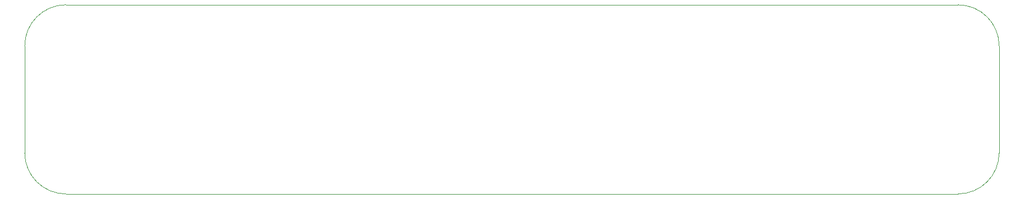
<source format=gbr>
%TF.GenerationSoftware,KiCad,Pcbnew,(5.1.8)-1*%
%TF.CreationDate,2021-01-26T11:35:44-05:00*%
%TF.ProjectId,SSD4_Row,53534434-5f52-46f7-972e-6b696361645f,rev?*%
%TF.SameCoordinates,Original*%
%TF.FileFunction,Profile,NP*%
%FSLAX46Y46*%
G04 Gerber Fmt 4.6, Leading zero omitted, Abs format (unit mm)*
G04 Created by KiCad (PCBNEW (5.1.8)-1) date 2021-01-26 11:35:44*
%MOMM*%
%LPD*%
G01*
G04 APERTURE LIST*
%TA.AperFunction,Profile*%
%ADD10C,0.100000*%
%TD*%
G04 APERTURE END LIST*
D10*
X162560000Y-44450000D02*
X162560000Y-27940000D01*
X19050000Y-50800000D02*
X156210000Y-50800000D01*
X12700000Y-27940000D02*
X12700000Y-44450000D01*
X156210000Y-21590000D02*
X19050000Y-21590000D01*
X156210000Y-21590000D02*
G75*
G02*
X162560000Y-27940000I0J-6350000D01*
G01*
X162560000Y-44450000D02*
G75*
G02*
X156210000Y-50800000I-6350000J0D01*
G01*
X19050000Y-50800000D02*
G75*
G02*
X12700000Y-44450000I0J6350000D01*
G01*
X12700000Y-27940000D02*
G75*
G02*
X19050000Y-21590000I6350000J0D01*
G01*
M02*

</source>
